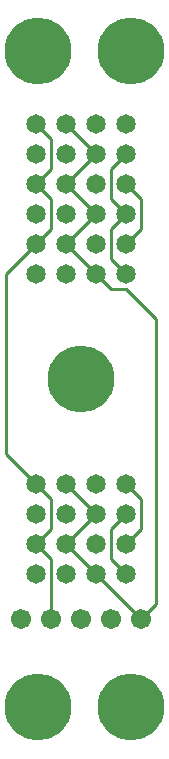
<source format=gtl>
%MOIN*%
%FSLAX25Y25*%
G04 D10 used for Character Trace; *
G04     Circle (OD=.01000) (No hole)*
G04 D11 used for Power Trace; *
G04     Circle (OD=.06500) (No hole)*
G04 D12 used for Signal Trace; *
G04     Circle (OD=.01100) (No hole)*
G04 D13 used for Via; *
G04     Circle (OD=.05800) (Round. Hole ID=.02800)*
G04 D14 used for Component hole; *
G04     Circle (OD=.06500) (Round. Hole ID=.03500)*
G04 D15 used for Component hole; *
G04     Circle (OD=.06700) (Round. Hole ID=.04300)*
G04 D16 used for Component hole; *
G04     Circle (OD=.08100) (Round. Hole ID=.05100)*
G04 D17 used for Component hole; *
G04     Circle (OD=.08900) (Round. Hole ID=.05900)*
G04 D18 used for Component hole; *
G04     Circle (OD=.11300) (Round. Hole ID=.08300)*
G04 D19 used for Component hole; *
G04     Circle (OD=.16000) (Round. Hole ID=.13000)*
G04 D20 used for Component hole; *
G04     Circle (OD=.18300) (Round. Hole ID=.15300)*
G04 D21 used for Component hole; *
G04     Circle (OD=.22291) (Round. Hole ID=.19291)*
%ADD10C,.01000*%
%ADD11C,.06500*%
%ADD12C,.01100*%
%ADD13C,.05800*%
%ADD14C,.06500*%
%ADD15C,.06700*%
%ADD16C,.08100*%
%ADD17C,.08900*%
%ADD18C,.11300*%
%ADD19C,.16000*%
%ADD20C,.18300*%
%ADD21C,.22291*%
%IPPOS*%
%LPD*%
G90*X0Y0D02*D21*X15625Y15625D03*D15*              
X40000Y45000D03*X30000D03*X20000D03*D12*Y65000D01*
X15000Y70000D01*D14*D03*D12*X20000Y75000D01*      
Y85000D01*X15000Y90000D01*D14*D03*D12*            
X5000Y100000D01*Y160000D01*X15000Y170000D01*D14*  
D03*D12*X20000Y175000D01*Y185000D01*              
X15000Y190000D01*D14*D03*D12*X20000Y195000D01*    
Y205000D01*X15000Y210000D01*D14*D03*              
X25000Y200000D03*Y210000D03*D12*X35000Y200000D01* 
D14*D03*D12*X25000Y190000D01*D14*D03*D12*         
X35000Y180000D01*D14*D03*D12*X25000Y170000D01*D14*
D03*D12*X35000Y160000D01*D14*D03*D12*             
X40000Y155000D01*X45000D01*X55000Y145000D01*      
Y50000D01*X50000Y45000D01*D15*D03*D12*            
X35000Y60000D01*D14*D03*D12*X25000Y70000D01*D14*  
D03*D12*X35000Y80000D01*D14*D03*D12*              
X25000Y90000D01*D14*D03*X15000Y80000D03*          
X35000Y90000D03*X25000Y80000D03*D12*              
X40000Y65000D02*Y75000D01*X45000Y60000D02*        
X40000Y65000D01*D14*X45000Y60000D03*              
X35000Y70000D03*X45000D03*D12*X50000Y75000D01*    
Y85000D01*X45000Y90000D01*D14*D03*Y80000D03*D12*  
X40000Y75000D01*D14*X25000Y60000D03*X15000D03*D15*
X10000Y45000D03*D21*X30000Y125000D03*             
X46875Y15625D03*D14*X45000Y160000D03*D12*         
X40000Y165000D01*Y175000D01*X45000Y180000D01*D14* 
D03*D12*X40000Y185000D01*Y195000D01*              
X45000Y200000D01*D14*D03*X35000Y210000D03*        
Y190000D03*X45000Y210000D03*Y190000D03*D12*       
X50000Y185000D01*Y175000D01*X45000Y170000D01*D14* 
D03*X35000D03*X25000Y180000D03*Y160000D03*        
X15000Y200000D03*Y180000D03*Y160000D03*D21*       
X46875Y234375D03*X15625D03*M02*                   

</source>
